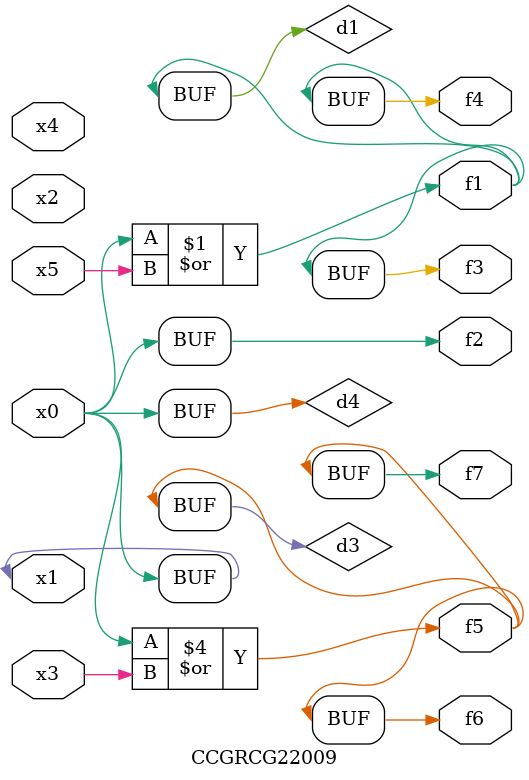
<source format=v>
module CCGRCG22009(
	input x0, x1, x2, x3, x4, x5,
	output f1, f2, f3, f4, f5, f6, f7
);

	wire d1, d2, d3, d4;

	or (d1, x0, x5);
	xnor (d2, x1, x4);
	or (d3, x0, x3);
	buf (d4, x0, x1);
	assign f1 = d1;
	assign f2 = d4;
	assign f3 = d1;
	assign f4 = d1;
	assign f5 = d3;
	assign f6 = d3;
	assign f7 = d3;
endmodule

</source>
